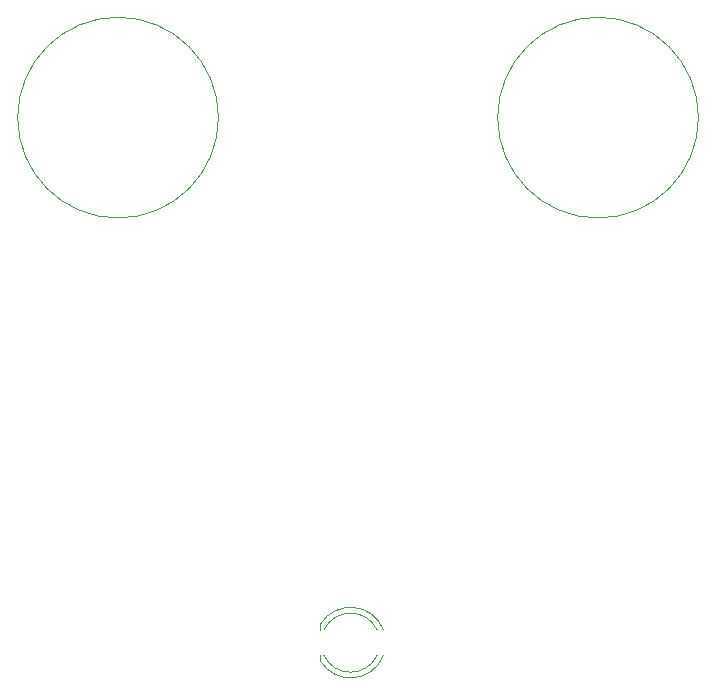
<source format=gbr>
%TF.GenerationSoftware,KiCad,Pcbnew,9.0.0*%
%TF.CreationDate,2025-03-31T20:13:35-04:00*%
%TF.ProjectId,compulator,636f6d70-756c-4617-946f-722e6b696361,rev?*%
%TF.SameCoordinates,Original*%
%TF.FileFunction,Legend,Bot*%
%TF.FilePolarity,Positive*%
%FSLAX46Y46*%
G04 Gerber Fmt 4.6, Leading zero omitted, Abs format (unit mm)*
G04 Created by KiCad (PCBNEW 9.0.0) date 2025-03-31 20:13:35*
%MOMM*%
%LPD*%
G01*
G04 APERTURE LIST*
%ADD10C,0.120000*%
%ADD11C,0.100000*%
G04 APERTURE END LIST*
D10*
%TO.C,D2*%
X197465000Y-114575000D02*
X197465000Y-114110000D01*
X197465000Y-111950000D02*
X197465000Y-111485000D01*
X202812815Y-114110827D02*
G75*
G02*
X197465000Y-114574830I-2787815J1080827D01*
G01*
X202279479Y-114110429D02*
G75*
G02*
X197770316Y-114110000I-2254479J1080429D01*
G01*
X197770316Y-111950000D02*
G75*
G02*
X202279479Y-111949571I2254684J-1080000D01*
G01*
X197465000Y-111485170D02*
G75*
G02*
X202812815Y-111949173I2560000J-1544830D01*
G01*
D11*
%TO.C,COMP1*%
X229480000Y-68580000D02*
G75*
G02*
X212480000Y-68580000I-8500000J0D01*
G01*
X212480000Y-68580000D02*
G75*
G02*
X229480000Y-68580000I8500000J0D01*
G01*
%TO.C,LEVEL1*%
X188840000Y-68580000D02*
G75*
G02*
X171840000Y-68580000I-8500000J0D01*
G01*
X171840000Y-68580000D02*
G75*
G02*
X188840000Y-68580000I8500000J0D01*
G01*
%TD*%
M02*

</source>
